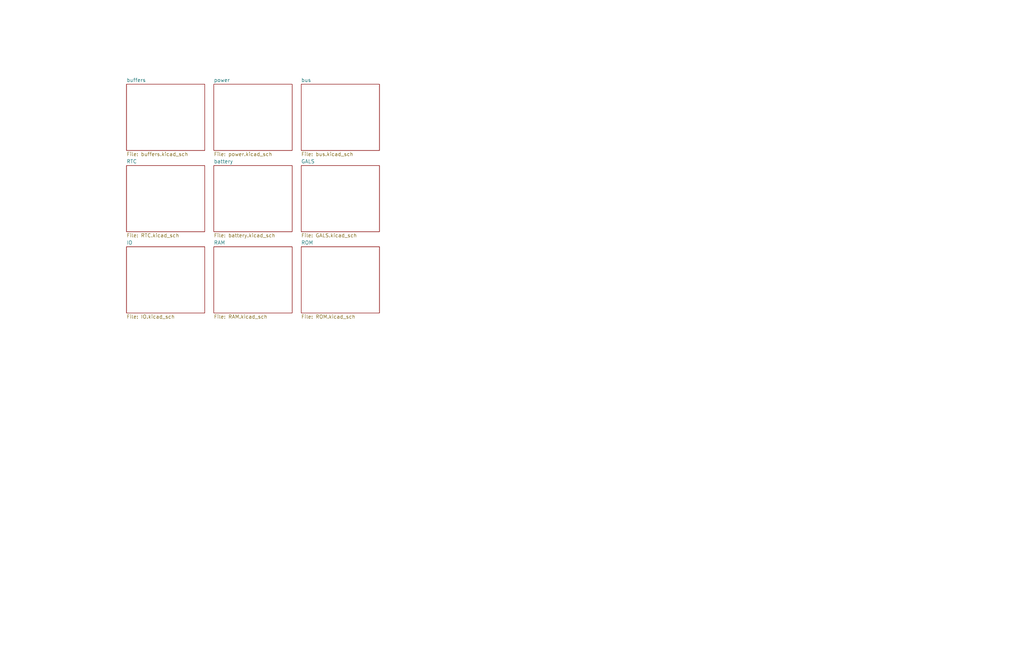
<source format=kicad_sch>
(kicad_sch (version 20211123) (generator eeschema)
  (paper "B")
  (lib_symbols)
  (sheet (at 127 69.85) (size 33.02 27.94)
    (property "Sheet name" "GALS" (at 127 69.0114 0) (effects (font (size 1.524 1.524)) (justify left bottom)))
    (property "Sheet file" "GALS.kicad_sch" (at 127 98.4762 0) (effects (font (size 1.524 1.524)) (justify left top)))
  )
  (sheet (at 53.34 104.14) (size 33.02 27.94)
    (property "Sheet name" "IO" (at 53.34 103.3014 0) (effects (font (size 1.524 1.524)) (justify left bottom)))
    (property "Sheet file" "IO.kicad_sch" (at 53.34 132.7662 0) (effects (font (size 1.524 1.524)) (justify left top)))
  )
  (sheet (at 90.17 104.14) (size 33.02 27.94)
    (property "Sheet name" "RAM" (at 90.17 103.3014 0) (effects (font (size 1.524 1.524)) (justify left bottom)))
    (property "Sheet file" "RAM.kicad_sch" (at 90.17 132.7662 0) (effects (font (size 1.524 1.524)) (justify left top)))
  )
  (sheet (at 127 35.56) (size 33.02 27.94)
    (property "Sheet name" "bus" (at 127 34.7214 0) (effects (font (size 1.524 1.524)) (justify left bottom)))
    (property "Sheet file" "bus.kicad_sch" (at 127 64.1862 0) (effects (font (size 1.524 1.524)) (justify left top)))
  )
  (sheet (at 127 104.14) (size 33.02 27.94)
    (property "Sheet name" "ROM" (at 127 103.3014 0) (effects (font (size 1.524 1.524)) (justify left bottom)))
    (property "Sheet file" "ROM.kicad_sch" (at 127 132.7662 0) (effects (font (size 1.524 1.524)) (justify left top)))
  )
  (sheet (at 90.17 35.56) (size 33.02 27.94)
    (property "Sheet name" "power" (at 90.17 34.7214 0) (effects (font (size 1.524 1.524)) (justify left bottom)))
    (property "Sheet file" "power.kicad_sch" (at 90.17 64.1862 0) (effects (font (size 1.524 1.524)) (justify left top)))
  )
  (sheet (at 53.34 69.85) (size 33.02 27.94)
    (property "Sheet name" "RTC" (at 53.34 69.0114 0) (effects (font (size 1.524 1.524)) (justify left bottom)))
    (property "Sheet file" "RTC.kicad_sch" (at 53.34 98.4762 0) (effects (font (size 1.524 1.524)) (justify left top)))
  )
  (sheet (at 90.17 69.85) (size 33.02 27.94)
    (property "Sheet name" "battery" (at 90.17 69.0114 0) (effects (font (size 1.524 1.524)) (justify left bottom)))
    (property "Sheet file" "battery.kicad_sch" (at 90.17 98.4762 0) (effects (font (size 1.524 1.524)) (justify left top)))
  )
  (sheet (at 53.34 35.56) (size 33.02 27.94)
    (property "Sheet name" "buffers" (at 53.34 34.7214 0) (effects (font (size 1.524 1.524)) (justify left bottom)))
    (property "Sheet file" "buffers.kicad_sch" (at 53.34 64.1862 0) (effects (font (size 1.524 1.524)) (justify left top)))
  )
)
</source>
